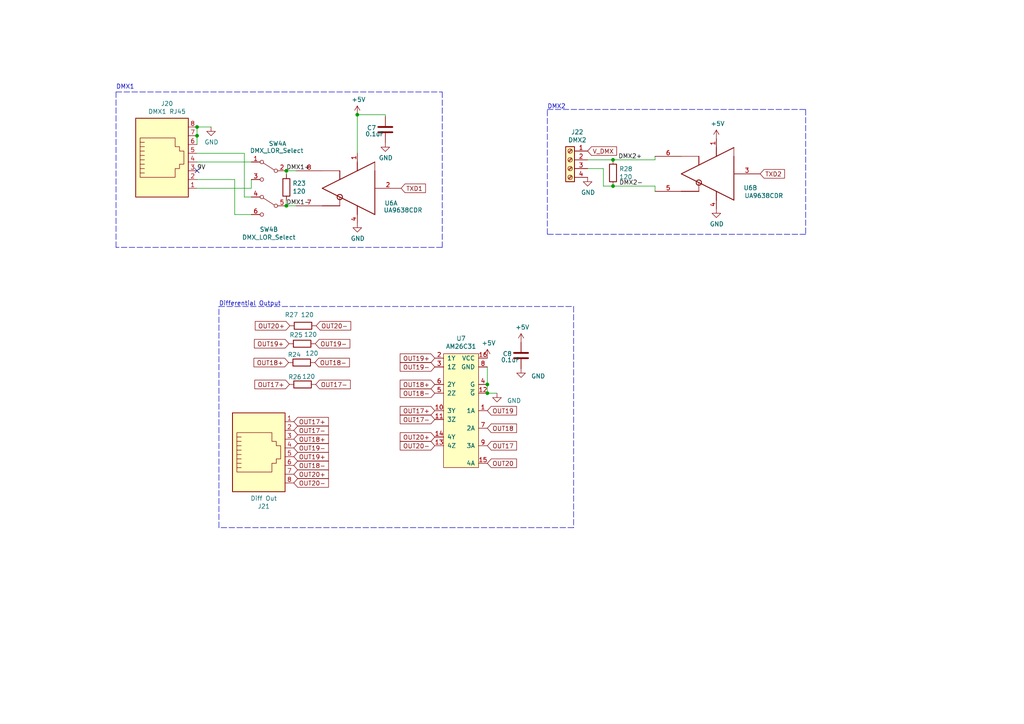
<source format=kicad_sch>
(kicad_sch (version 20211123) (generator eeschema)
  (paper "A4")
  (title_block (title "PB 16") (date "2022-05-26") (rev "v2.1") (company "Scott Hanson"))
  (lib_symbols
    (symbol "AM26C31:AM26C31" (pin_names (offset 1.016))
      (property "Reference" "IC" (at -5.08 17.78 0))
      (property "Value" "AM26C31_AM26C31" (at -5.08 -17.78 0))
      (symbol "AM26C31_0_0"
        (pin input line (at -7.62 0 0) (length 2.54) (name "1A") (number "1"))
        (pin output line (at 7.62 0 180) (length 2.54) (name "3Y") (number "10"))
        (pin output line (at 7.62 -2.54 180) (length 2.54) (name "3Z") (number "11"))
        (pin input line (at -7.62 5.08 0) (length 2.54) (name "~{G}") (number "12"))
        (pin output line (at 7.62 -10.16 180) (length 2.54) (name "4Z") (number "13"))
        (pin output line (at 7.62 -7.62 180) (length 2.54) (name "4Y") (number "14"))
        (pin input line (at -7.62 -15.24 0) (length 2.54) (name "4A") (number "15"))
        (pin power_in line (at -7.62 15.24 0) (length 2.54) (name "VCC") (number "16"))
        (pin output line (at 7.62 15.24 180) (length 2.54) (name "1Y") (number "2"))
        (pin output line (at 7.62 12.7 180) (length 2.54) (name "1Z") (number "3"))
        (pin input line (at -7.62 7.62 0) (length 2.54) (name "G") (number "4"))
        (pin output line (at 7.62 5.08 180) (length 2.54) (name "2Z") (number "5"))
        (pin output line (at 7.62 7.62 180) (length 2.54) (name "2Y") (number "6"))
        (pin input line (at -7.62 -5.08 0) (length 2.54) (name "2A") (number "7"))
        (pin power_in line (at -7.62 12.7 0) (length 2.54) (name "GND") (number "8"))
        (pin input line (at -7.62 -10.16 0) (length 2.54) (name "3A") (number "9"))
      )
      (symbol "AM26C31_0_1"
        (rectangle (start -5.08 16.51) (end 5.08 -16.51) (fill (type background)))
      )
    )
    (symbol "Connector:RJ45" (pin_names (offset 1.016))
      (property "Reference" "J" (at -5.08 13.97 0))
      (property "Value" "RJ45" (at 2.54 13.97 0))
      (symbol "RJ45_0_1"
        (polyline (pts (xy -5.08 4.445) (xy -6.35 4.445)))
        (polyline (pts (xy -5.08 5.715) (xy -6.35 5.715)))
        (polyline (pts (xy -6.35 -3.175) (xy -5.08 -3.175) (xy -5.08 -3.175)))
        (polyline (pts (xy -6.35 -1.905) (xy -5.08 -1.905) (xy -5.08 -1.905)))
        (polyline (pts (xy -6.35 -0.635) (xy -5.08 -0.635) (xy -5.08 -0.635)))
        (polyline (pts (xy -6.35 0.635) (xy -5.08 0.635) (xy -5.08 0.635)))
        (polyline (pts (xy -6.35 1.905) (xy -5.08 1.905) (xy -5.08 1.905)))
        (polyline (pts (xy -5.08 3.175) (xy -6.35 3.175) (xy -6.35 3.175)))
        (polyline (pts (xy -6.35 -4.445) (xy -6.35 6.985) (xy 3.81 6.985) (xy 3.81 4.445) (xy 5.08 4.445) (xy 5.08 3.175) (xy 6.35 3.175) (xy 6.35 -0.635) (xy 5.08 -0.635) (xy 5.08 -1.905) (xy 3.81 -1.905) (xy 3.81 -4.445) (xy -6.35 -4.445) (xy -6.35 -4.445)))
        (rectangle (start 7.62 12.7) (end -7.62 -10.16) (stroke (width 0.254)) (fill (type background)))
      )
      (symbol "RJ45_1_1"
        (pin passive line (at 10.16 -7.62 180) (length 2.54) (name "~") (number "1"))
        (pin passive line (at 10.16 -5.08 180) (length 2.54) (name "~") (number "2"))
        (pin passive line (at 10.16 -2.54 180) (length 2.54) (name "~") (number "3"))
        (pin passive line (at 10.16 0 180) (length 2.54) (name "~") (number "4"))
        (pin passive line (at 10.16 2.54 180) (length 2.54) (name "~") (number "5"))
        (pin passive line (at 10.16 5.08 180) (length 2.54) (name "~") (number "6"))
        (pin passive line (at 10.16 7.62 180) (length 2.54) (name "~") (number "7"))
        (pin passive line (at 10.16 10.16 180) (length 2.54) (name "~") (number "8"))
      )
    )
    (symbol "Connector:Screw_Terminal_01x04" (pin_names (offset 1.016) hide)
      (property "Reference" "J" (at 0 5.08 0))
      (property "Value" "Screw_Terminal_01x04" (at 0 -7.62 0))
      (symbol "Screw_Terminal_01x04_1_1"
        (rectangle (start -1.27 3.81) (end 1.27 -6.35) (stroke (width 0.254)) (fill (type background)))
        (circle (center 0 -5.08) (radius 0.635) (stroke (width 0.1524)))
        (circle (center 0 -2.54) (radius 0.635) (stroke (width 0.1524)))
        (polyline (pts (xy -0.5334 -4.7498) (xy 0.3302 -5.588)) (stroke (width 0.1524)))
        (polyline (pts (xy -0.5334 -2.2098) (xy 0.3302 -3.048)) (stroke (width 0.1524)))
        (polyline (pts (xy -0.5334 0.3302) (xy 0.3302 -0.508)) (stroke (width 0.1524)))
        (polyline (pts (xy -0.5334 2.8702) (xy 0.3302 2.032)) (stroke (width 0.1524)))
        (polyline (pts (xy -0.3556 -4.572) (xy 0.508 -5.4102)) (stroke (width 0.1524)))
        (polyline (pts (xy -0.3556 -2.032) (xy 0.508 -2.8702)) (stroke (width 0.1524)))
        (polyline (pts (xy -0.3556 0.508) (xy 0.508 -0.3302)) (stroke (width 0.1524)))
        (polyline (pts (xy -0.3556 3.048) (xy 0.508 2.2098)) (stroke (width 0.1524)))
        (circle (center 0 0) (radius 0.635) (stroke (width 0.1524)))
        (circle (center 0 2.54) (radius 0.635) (stroke (width 0.1524)))
        (pin passive line (at -5.08 2.54 0) (length 3.81) (name "Pin_1") (number "1"))
        (pin passive line (at -5.08 0 0) (length 3.81) (name "Pin_2") (number "2"))
        (pin passive line (at -5.08 -2.54 0) (length 3.81) (name "Pin_3") (number "3"))
        (pin passive line (at -5.08 -5.08 0) (length 3.81) (name "Pin_4") (number "4"))
      )
    )
    (symbol "Interface_LineDriver:UA9638CDR" (pin_names (offset 1.016) hide)
      (property "Reference" "U" (at -7.62 10.16 0))
      (property "Value" "UA9638CDR" (at 5.08 7.62 0))
      (symbol "UA9638CDR_0_1"
        (polyline (pts (xy -7.62 5.08) (xy -7.62 -7.62)) (stroke (width 0.254)) (fill (type background)))
        (polyline (pts (xy -7.62 5.08) (xy -7.62 7.62)))
        (polyline (pts (xy -7.62 7.62) (xy 7.62 0)) (stroke (width 0.254)))
        (polyline (pts (xy -2.54 -5.08) (xy -2.54 -7.62)) (stroke (width 0.254)))
        (polyline (pts (xy -2.54 5.08) (xy -2.54 7.62)) (stroke (width 0.254)))
        (polyline (pts (xy 2.54 -5.08) (xy 7.62 -5.08)) (stroke (width 0.254)))
        (polyline (pts (xy 2.54 -2.54) (xy 2.54 -5.08)))
        (polyline (pts (xy 2.54 5.08) (xy 2.54 2.54)) (stroke (width 0.254)))
        (polyline (pts (xy 7.62 0) (xy -7.62 -7.62)) (stroke (width 0.254)))
        (polyline (pts (xy 7.62 5.08) (xy 2.54 5.08)))
        (circle (center 2.54 -2.54) (radius 0.762) (stroke (width 0.254)))
      )
      (symbol "UA9638CDR_1_1"
        (pin power_in line (at -2.54 10.16 270) (length 2.54) (name "VCC") (number "1"))
        (pin input line (at -15.24 0 0) (length 7.62) (name "IN") (number "2"))
        (pin power_in line (at -2.54 -10.16 90) (length 2.54) (name "GND") (number "4"))
        (pin output line (at 15.24 -5.08 180) (length 7.62) (name "OUTA") (number "7"))
        (pin output line (at 15.24 5.08 180) (length 7.62) (name "OUTB") (number "8"))
      )
      (symbol "UA9638CDR_2_1"
        (pin power_in line (at -2.54 10.16 270) (length 2.54) (name "VCC") (number "1"))
        (pin input line (at -15.24 0 0) (length 7.62) (name "IN") (number "3"))
        (pin power_in line (at -2.54 -10.16 90) (length 2.54) (name "GND") (number "4"))
        (pin output line (at 15.24 -5.08 180) (length 7.62) (name "OUTA") (number "5"))
        (pin output line (at 15.24 5.08 180) (length 7.62) (name "OUTB") (number "6"))
      )
    )
    (symbol "PB_16-rescue:C-Device" (pin_numbers hide) (pin_names (offset 0.254))
      (property "Reference" "C" (at 0.635 2.54 0))
      (property "Value" "C-Device" (at 0.635 -2.54 0))
      (symbol "C-Device_0_1"
        (polyline (pts (xy -2.032 -0.762) (xy 2.032 -0.762)) (stroke (width 0.508)))
        (polyline (pts (xy -2.032 0.762) (xy 2.032 0.762)) (stroke (width 0.508)))
      )
      (symbol "C-Device_1_1"
        (pin passive line (at 0 3.81 270) (length 2.794) (name "~") (number "1"))
        (pin passive line (at 0 -3.81 90) (length 2.794) (name "~") (number "2"))
      )
    )
    (symbol "PB_16-rescue:R-Device" (pin_numbers hide) (pin_names (offset 0))
      (property "Reference" "R" (at 2.032 0 90))
      (property "Value" "R-Device" (at 0 0 90))
      (symbol "R-Device_0_1"
        (rectangle (start -1.016 -2.54) (end 1.016 2.54) (stroke (width 0.254)))
      )
      (symbol "R-Device_1_1"
        (pin passive line (at 0 3.81 270) (length 1.27) (name "~") (number "1"))
        (pin passive line (at 0 -3.81 90) (length 1.27) (name "~") (number "2"))
      )
    )
    (symbol "Switch:SW_DPDT_x2" (pin_names (offset 0) hide)
      (property "Reference" "SW" (at 0 4.318 0))
      (property "Value" "SW_DPDT_x2" (at 0 -5.08 0))
      (symbol "SW_DPDT_x2_0_0"
        (circle (center -2.032 0) (radius 0.508))
        (circle (center 2.032 -2.54) (radius 0.508))
      )
      (symbol "SW_DPDT_x2_0_1"
        (polyline (pts (xy -1.524 0.254) (xy 1.651 2.286)))
        (circle (center 2.032 2.54) (radius 0.508))
      )
      (symbol "SW_DPDT_x2_1_1"
        (pin passive line (at 5.08 2.54 180) (length 2.54) (name "A") (number "1"))
        (pin passive line (at -5.08 0 0) (length 2.54) (name "B") (number "2"))
        (pin passive line (at 5.08 -2.54 180) (length 2.54) (name "C") (number "3"))
      )
      (symbol "SW_DPDT_x2_2_1"
        (pin passive line (at 5.08 2.54 180) (length 2.54) (name "A") (number "4"))
        (pin passive line (at -5.08 0 0) (length 2.54) (name "B") (number "5"))
        (pin passive line (at 5.08 -2.54 180) (length 2.54) (name "C") (number "6"))
      )
    )
    (symbol "power:+5V" (power) (pin_names (offset 0))
      (property "Value" "+5V" (at 0 3.556 0))
      (symbol "+5V_0_1"
        (polyline (pts (xy -0.762 1.27) (xy 0 2.54)))
        (polyline (pts (xy 0 0) (xy 0 2.54)))
        (polyline (pts (xy 0 2.54) (xy 0.762 1.27)))
      )
      (symbol "+5V_1_1"
        (pin power_in line (at 0 0 90) (length 0) hide (name "+5V") (number "1"))
      )
    )
    (symbol "power:GND" (power) (pin_names (offset 0))
      (property "Value" "GND" (at 0 -3.81 0))
      (symbol "GND_0_1"
        (polyline (pts (xy 0 0) (xy 0 -1.27) (xy 1.27 -1.27) (xy 0 -2.54) (xy -1.27 -1.27) (xy 0 -1.27)))
      )
      (symbol "GND_1_1"
        (pin power_in line (at 0 0 270) (length 0) hide (name "GND") (number "1"))
      )
    )
  )
  (junction (at 83.058 59.69))
  (junction (at 103.632 33.274))
  (junction (at 57.15 39.37))
  (junction (at 141.351 111.506))
  (junction (at 177.8 46.355))
  (junction (at 57.15 36.83))
  (junction (at 177.8 53.975))
  (junction (at 141.351 114.046))
  (junction (at 83.058 49.53))
  (no_connect (at 57.15 49.53))
  (wire (pts (xy 175.006 53.975) (xy 177.8 53.975)))
  (polyline (pts (xy 63.5 88.9) (xy 166.37 88.9)))
  (wire (pts (xy 57.15 41.91) (xy 57.15 39.37)))
  (polyline (pts (xy 33.655 26.67) (xy 128.27 26.67)))
  (wire (pts (xy 83.058 49.53) (xy 83.058 50.546)))
  (wire (pts (xy 141.351 114.046) (xy 144.145 114.046)))
  (polyline (pts (xy 128.27 71.755) (xy 33.655 71.755)))
  (wire (pts (xy 70.866 44.45) (xy 70.866 57.15)))
  (wire (pts (xy 141.351 106.426) (xy 141.351 111.506)))
  (wire (pts (xy 72.898 62.23) (xy 68.072 62.23)))
  (wire (pts (xy 175.006 48.895) (xy 175.006 53.975)))
  (polyline (pts (xy 158.75 67.945) (xy 158.75 31.75)))
  (polyline (pts (xy 33.655 71.755) (xy 33.655 26.67)))
  (wire (pts (xy 189.992 55.499) (xy 189.992 53.975)))
  (wire (pts (xy 189.992 46.355) (xy 189.992 45.339)))
  (wire (pts (xy 83.058 59.69) (xy 85.852 59.69)))
  (polyline (pts (xy 128.27 26.67) (xy 128.27 71.755)))
  (polyline (pts (xy 158.75 31.75) (xy 233.68 31.75)))
  (wire (pts (xy 57.15 44.45) (xy 70.866 44.45)))
  (wire (pts (xy 57.15 46.99) (xy 72.898 46.99)))
  (wire (pts (xy 103.632 33.274) (xy 111.76 33.274)))
  (wire (pts (xy 83.058 58.166) (xy 83.058 59.69)))
  (polyline (pts (xy 166.37 153.035) (xy 63.5 153.035)))
  (wire (pts (xy 57.15 54.61) (xy 72.898 54.61)))
  (polyline (pts (xy 233.68 31.75) (xy 233.68 67.945)))
  (wire (pts (xy 85.852 49.53) (xy 83.058 49.53)))
  (wire (pts (xy 68.072 52.07) (xy 68.072 62.23)))
  (wire (pts (xy 141.351 111.506) (xy 141.351 114.046)))
  (wire (pts (xy 72.898 52.07) (xy 72.898 54.61)))
  (polyline (pts (xy 166.37 88.9) (xy 166.37 153.035)))
  (wire (pts (xy 61.214 36.83) (xy 57.15 36.83)))
  (wire (pts (xy 170.434 46.355) (xy 177.8 46.355)))
  (wire (pts (xy 111.76 33.274) (xy 111.76 33.782)))
  (wire (pts (xy 170.434 48.895) (xy 175.006 48.895)))
  (wire (pts (xy 177.8 53.975) (xy 189.992 53.975)))
  (polyline (pts (xy 63.5 153.035) (xy 63.5 88.9)))
  (wire (pts (xy 177.8 46.355) (xy 189.992 46.355)))
  (polyline (pts (xy 233.68 67.945) (xy 158.75 67.945)))
  (wire (pts (xy 57.15 39.37) (xy 57.15 36.83)))
  (wire (pts (xy 103.632 44.45) (xy 103.632 33.274)))
  (wire (pts (xy 70.866 57.15) (xy 72.898 57.15)))
  (wire (pts (xy 57.15 52.07) (xy 68.072 52.07)))
  (text "Differential Output" (at 63.5 88.9 0) (effects (font (size 1.27 1.27)) (justify left bottom)))
  (text "DMX2" (at 158.75 31.75 0) (effects (font (size 1.27 1.27)) (justify left bottom)))
  (text "DMX1" (at 33.655 26.035 0) (effects (font (size 1.27 1.27)) (justify left bottom)))
  (label "DMX1-" (at 83.058 59.69 0))
  (label "DMX2+" (at 179.324 46.355 0))
  (label "9V" (at 57.15 49.53 0))
  (label "DMX2-" (at 179.578 53.975 0))
  (label "DMX1+" (at 83.058 49.53 0))
  (global_label "OUT18-" (shape input) (at 85.217 135.001 0) (property "Intersheet References" "${INTERSHEET_REFS}" (effects hide)))
  (global_label "OUT20+" (shape input) (at 84.074 94.488 180) (property "Intersheet References" "${INTERSHEET_REFS}" (effects hide)))
  (global_label "OUT19+" (shape input) (at 83.82 99.695 180) (property "Intersheet References" "${INTERSHEET_REFS}" (effects hide)))
  (global_label "OUT19+" (shape input) (at 85.217 132.461 0) (property "Intersheet References" "${INTERSHEET_REFS}" (effects hide)))
  (global_label "OUT17+" (shape input) (at 126.111 119.126 180) (property "Intersheet References" "${INTERSHEET_REFS}" (effects hide)))
  (global_label "OUT20+" (shape input) (at 85.217 137.541 0) (property "Intersheet References" "${INTERSHEET_REFS}" (effects hide)))
  (global_label "OUT19-" (shape input) (at 126.111 106.426 180) (property "Intersheet References" "${INTERSHEET_REFS}" (effects hide)))
  (global_label "OUT17+" (shape input) (at 85.217 122.301 0) (property "Intersheet References" "${INTERSHEET_REFS}" (effects hide)))
  (global_label "OUT20-" (shape input) (at 85.217 140.081 0) (property "Intersheet References" "${INTERSHEET_REFS}" (effects hide)))
  (global_label "OUT18-" (shape input) (at 126.111 114.046 180) (property "Intersheet References" "${INTERSHEET_REFS}" (effects hide)))
  (global_label "OUT17-" (shape input) (at 126.111 121.666 180) (property "Intersheet References" "${INTERSHEET_REFS}" (effects hide)))
  (global_label "OUT20" (shape input) (at 141.351 134.366 0) (property "Intersheet References" "${INTERSHEET_REFS}" (effects hide)))
  (global_label "TXD1" (shape input) (at 116.332 54.61 0) (property "Intersheet References" "${INTERSHEET_REFS}" (effects hide)))
  (global_label "OUT20+" (shape input) (at 126.111 126.746 180) (property "Intersheet References" "${INTERSHEET_REFS}" (effects hide)))
  (global_label "OUT17+" (shape input) (at 83.947 111.506 180) (property "Intersheet References" "${INTERSHEET_REFS}" (effects hide)))
  (global_label "OUT18+" (shape input) (at 83.693 105.156 180) (property "Intersheet References" "${INTERSHEET_REFS}" (effects hide)))
  (global_label "V_DMX" (shape input) (at 170.434 43.815 0) (property "Intersheet References" "${INTERSHEET_REFS}" (effects hide)))
  (global_label "OUT17-" (shape input) (at 85.217 124.841 0) (property "Intersheet References" "${INTERSHEET_REFS}" (effects hide)))
  (global_label "OUT18+" (shape input) (at 126.111 111.506 180) (property "Intersheet References" "${INTERSHEET_REFS}" (effects hide)))
  (global_label "OUT18" (shape input) (at 141.351 124.206 0) (property "Intersheet References" "${INTERSHEET_REFS}" (effects hide)))
  (global_label "OUT20-" (shape input) (at 91.694 94.488 0) (property "Intersheet References" "${INTERSHEET_REFS}" (effects hide)))
  (global_label "TXD2" (shape input) (at 220.472 50.419 0) (property "Intersheet References" "${INTERSHEET_REFS}" (effects hide)))
  (global_label "OUT19-" (shape input) (at 85.217 129.921 0) (property "Intersheet References" "${INTERSHEET_REFS}" (effects hide)))
  (global_label "OUT17-" (shape input) (at 91.567 111.506 0) (property "Intersheet References" "${INTERSHEET_REFS}" (effects hide)))
  (global_label "OUT20-" (shape input) (at 126.111 129.286 180) (property "Intersheet References" "${INTERSHEET_REFS}" (effects hide)))
  (global_label "OUT18-" (shape input) (at 91.313 105.156 0) (property "Intersheet References" "${INTERSHEET_REFS}" (effects hide)))
  (global_label "OUT19+" (shape input) (at 126.111 103.886 180) (property "Intersheet References" "${INTERSHEET_REFS}" (effects hide)))
  (global_label "OUT17" (shape input) (at 141.351 129.286 0) (property "Intersheet References" "${INTERSHEET_REFS}" (effects hide)))
  (global_label "OUT19-" (shape input) (at 91.44 99.695 0) (property "Intersheet References" "${INTERSHEET_REFS}" (effects hide)))
  (global_label "OUT18+" (shape input) (at 85.217 127.381 0) (property "Intersheet References" "${INTERSHEET_REFS}" (effects hide)))
  (global_label "OUT19" (shape input) (at 141.351 119.126 0) (property "Intersheet References" "${INTERSHEET_REFS}" (effects hide)))
  (symbol (lib_id "PB_16-rescue:R-Device") (at 177.8 50.165 0) (unit 1)
    (property "Reference" "R28" (at 179.578 48.9966 0) (effects (justify left)))
    (property "Value" "120" (at 179.578 51.308 0) (effects (justify left)))
    (property "Footprint" "Resistor_SMD:R_0805_2012Metric_Pad1.20x1.40mm_HandSolder" (effects hide))
    (property "Digi-Key_PN" "311-120ARCT-ND" (effects hide))
    (property "MPN" "RC0805JR-07120RL" (effects hide))
    (property "LCSC" "C17437" (effects hide))
  )
  (symbol (lib_id "power:GND") (at 170.434 51.435 0) (unit 1)
    (property "Reference" "#PWR078" (effects hide))
    (property "Value" "GND" (at 170.561 55.8292 0))
  )
  (symbol (lib_id "PB_16-rescue:C-Device") (at 111.76 37.592 0) (unit 1)
    (property "Reference" "C7" (at 106.426 37.084 0) (effects (justify left)))
    (property "Value" "0.1uF" (at 105.918 38.862 0) (effects (justify left)))
    (property "Footprint" "Capacitor_SMD:C_0805_2012Metric_Pad1.18x1.45mm_HandSolder" (effects hide))
    (property "Digi-Key_PN" "1276-1007-1-ND" (effects hide))
    (property "MPN" "CL21F104ZBCNNNC" (effects hide))
    (property "LCSC" "C49678" (effects hide))
  )
  (symbol (lib_id "power:GND") (at 111.76 41.402 0) (unit 1)
    (property "Reference" "#PWR073" (effects hide))
    (property "Value" "GND" (at 111.887 45.7962 0))
  )
  (symbol (lib_id "PB_16-rescue:R-Device") (at 83.058 54.356 0) (unit 1)
    (property "Reference" "R23" (at 84.836 53.1876 0) (effects (justify left)))
    (property "Value" "120" (at 84.836 55.499 0) (effects (justify left)))
    (property "Footprint" "Resistor_SMD:R_0805_2012Metric_Pad1.20x1.40mm_HandSolder" (effects hide))
    (property "Digi-Key_PN" "311-120ARCT-ND" (effects hide))
    (property "MPN" "RC0805JR-07120RL" (effects hide))
    (property "LCSC" "C17437" (effects hide))
  )
  (symbol (lib_id "power:GND") (at 207.772 60.579 0) (unit 1)
    (property "Reference" "#PWR080" (effects hide))
    (property "Value" "GND" (at 207.899 64.9732 0))
  )
  (symbol (lib_id "power:GND") (at 103.632 64.77 0) (unit 1)
    (property "Reference" "#PWR072" (effects hide))
    (property "Value" "GND" (at 103.759 69.1642 0))
  )
  (symbol (lib_id "power:+5V") (at 207.772 40.259 0) (unit 1)
    (property "Reference" "#PWR079" (effects hide))
    (property "Value" "+5V" (at 208.153 35.8648 0))
  )
  (symbol (lib_id "power:+5V") (at 103.632 33.274 0) (unit 1)
    (property "Reference" "#PWR071" (effects hide))
    (property "Value" "+5V" (at 104.013 28.8798 0))
  )
  (symbol (lib_id "Connector:Screw_Terminal_01x04") (at 165.354 46.355 0) (mirror y) (unit 1)
    (property "Reference" "J22" (at 167.4368 38.3032 0))
    (property "Value" "DMX2" (at 167.4368 40.6146 0))
    (property "Footprint" "TerminalBlock_Phoenix:TerminalBlock_Phoenix_MKDS-1,5-4_1x04_P5.00mm_Horizontal" (effects hide))
    (property "Digi-Key_PN" "277-1238-ND" (effects hide))
    (property "MPN" "1729034" (effects hide))
    (property "LCSC" "C192769" (effects hide))
  )
  (symbol (lib_id "Interface_LineDriver:UA9638CDR") (at 101.092 54.61 0) (mirror y) (unit 1)
    (property "Reference" "U6" (at 111.506 58.928 0) (effects (justify right)))
    (property "Value" "UA9638CDR" (at 111.252 60.96 0) (effects (justify right)))
    (property "Footprint" "Package_SO:SOIC-8_3.9x4.9mm_P1.27mm" (effects hide))
    (property "Datasheet" "http://www.ti.com/lit/ds/symlink/ua9638.pdf" (effects hide))
    (property "Digi-Key_PN" "296-15058-1-ND" (effects hide))
    (property "MPN" "UA9638CDR" (effects hide))
    (property "LCSC" "C435812" (effects hide))
  )
  (symbol (lib_id "Interface_LineDriver:UA9638CDR") (at 205.232 50.419 0) (mirror y) (unit 2)
    (property "Reference" "U6" (at 215.646 54.483 0) (effects (justify right)))
    (property "Value" "UA9638CDR" (at 215.9 56.769 0) (effects (justify right)))
    (property "Footprint" "Package_SO:SOIC-8_3.9x4.9mm_P1.27mm" (effects hide))
    (property "Datasheet" "http://www.ti.com/lit/ds/symlink/ua9638.pdf" (effects hide))
    (property "Digi-Key_PN" "296-15058-1-ND" (effects hide))
    (property "MPN" "UA9638CDR" (effects hide))
    (property "LCSC" "C435812" (effects hide))
  )
  (symbol (lib_id "Connector:RJ45") (at 46.99 46.99 0) (unit 1)
    (property "Reference" "J20" (at 48.4378 30.0482 0))
    (property "Value" "DMX1 RJ45" (at 48.4378 32.3596 0))
    (property "Footprint" "Connector_RJ:RJ45_Amphenol_54602-x08_Horizontal" (effects hide))
    (property "Digi-Key_PN" "AE10392-ND" (effects hide))
    (property "MPN" "A-2014-2-4-R" (effects hide))
    (property "LCSC" "C305972" (effects hide))
  )
  (symbol (lib_id "Connector:RJ45") (at 75.057 129.921 0) (mirror x) (unit 1)
    (property "Reference" "J21" (at 76.5048 146.8628 0))
    (property "Value" "Diff Out" (at 76.5048 144.5514 0))
    (property "Footprint" "Connector_RJ:RJ45_Amphenol_54602-x08_Horizontal" (effects hide))
    (property "Digi-Key_PN" "AE10392-ND" (effects hide))
    (property "MPN" "A-2014-2-4-R" (effects hide))
    (property "LCSC" "C305972" (effects hide))
  )
  (symbol (lib_id "power:GND") (at 61.214 36.83 0) (unit 1)
    (property "Reference" "#PWR070" (effects hide))
    (property "Value" "GND" (at 61.341 41.2242 0))
  )
  (symbol (lib_id "PB_16-rescue:R-Device") (at 87.63 99.695 270) (unit 1)
    (property "Reference" "R25" (at 83.947 97.155 90) (effects (justify left)))
    (property "Value" "120" (at 88.138 97.028 90) (effects (justify left)))
    (property "Footprint" "Resistor_SMD:R_0805_2012Metric_Pad1.20x1.40mm_HandSolder" (effects hide))
    (property "Digi-Key_PN" "311-120ARCT-ND" (effects hide))
    (property "MPN" "RC0805JR-07120RL" (effects hide))
    (property "LCSC" "C17437" (effects hide))
  )
  (symbol (lib_id "PB_16-rescue:R-Device") (at 87.884 94.488 90) (unit 1)
    (property "Reference" "R27" (at 86.487 91.313 90) (effects (justify left)))
    (property "Value" "120" (at 91.059 91.313 90) (effects (justify left)))
    (property "Footprint" "Resistor_SMD:R_0805_2012Metric_Pad1.20x1.40mm_HandSolder" (effects hide))
    (property "Digi-Key_PN" "311-120ARCT-ND" (effects hide))
    (property "MPN" "RC0805JR-07120RL" (effects hide))
    (property "LCSC" "C17437" (effects hide))
  )
  (symbol (lib_id "PB_16-rescue:R-Device") (at 87.757 111.506 90) (unit 1)
    (property "Reference" "R26" (at 87.503 109.347 90) (effects (justify left)))
    (property "Value" "120" (at 91.44 109.22 90) (effects (justify left)))
    (property "Footprint" "Resistor_SMD:R_0805_2012Metric_Pad1.20x1.40mm_HandSolder" (effects hide))
    (property "Digi-Key_PN" "311-120ARCT-ND" (effects hide))
    (property "MPN" "RC0805JR-07120RL" (effects hide))
    (property "LCSC" "C17437" (effects hide))
  )
  (symbol (lib_id "PB_16-rescue:R-Device") (at 87.503 105.156 270) (unit 1)
    (property "Reference" "R24" (at 83.439 102.87 90) (effects (justify left)))
    (property "Value" "120" (at 88.519 102.489 90) (effects (justify left)))
    (property "Footprint" "Resistor_SMD:R_0805_2012Metric_Pad1.20x1.40mm_HandSolder" (effects hide))
    (property "Digi-Key_PN" "311-120ARCT-ND" (effects hide))
    (property "MPN" "RC0805JR-07120RL" (effects hide))
    (property "LCSC" "C17437" (effects hide))
  )
  (symbol (lib_id "AM26C31:AM26C31") (at 133.731 119.126 0) (mirror y) (unit 1)
    (property "Reference" "U7" (at 133.731 98.171 0))
    (property "Value" "AM26C31" (at 133.731 100.4824 0))
    (property "Footprint" "Package_SO:SOIC-16_3.9x9.9mm_P1.27mm" (effects hide))
    (property "Datasheet" "http://www.ti.com.cn/cn/lit/ds/symlink/am26c31.pdf" (effects hide))
    (property "Farnell" "4975637" (effects hide))
    (property "Digi-Key_PN" "296-24344-1-ND" (effects hide))
    (property "MPN" "AM26C31IDR" (effects hide))
    (property "LCSC" "C157476" (effects hide))
  )
  (symbol (lib_id "PB_16-rescue:C-Device") (at 151.13 103.124 0) (unit 1)
    (property "Reference" "C8" (at 145.796 102.616 0) (effects (justify left)))
    (property "Value" "0.1uF" (at 145.288 104.394 0) (effects (justify left)))
    (property "Footprint" "Capacitor_SMD:C_0805_2012Metric_Pad1.18x1.45mm_HandSolder" (effects hide))
    (property "Digi-Key_PN" "1276-1007-1-ND" (effects hide))
    (property "MPN" "CL21F104ZBCNNNC" (effects hide))
    (property "LCSC" "C49678" (effects hide))
  )
  (symbol (lib_id "power:+5V") (at 141.351 103.886 0) (unit 1)
    (property "Reference" "#PWR074" (effects hide))
    (property "Value" "+5V" (at 141.732 99.4918 0))
  )
  (symbol (lib_id "power:GND") (at 144.145 114.046 0) (unit 1)
    (property "Reference" "#PWR075" (effects hide))
    (property "Value" "GND" (at 149.098 116.205 0))
  )
  (symbol (lib_id "power:+5V") (at 151.13 99.314 0) (unit 1)
    (property "Reference" "#PWR076" (effects hide))
    (property "Value" "+5V" (at 151.511 94.9198 0))
  )
  (symbol (lib_id "power:GND") (at 151.13 106.934 0) (unit 1)
    (property "Reference" "#PWR077" (effects hide))
    (property "Value" "GND" (at 156.083 109.093 0))
  )
  (symbol (lib_id "Switch:SW_DPDT_x2") (at 77.978 49.53 0) (mirror y) (unit 1)
    (property "Reference" "SW4" (at 80.518 41.656 0))
    (property "Value" "DMX_LOR_Select" (at 80.264 43.688 0))
    (property "Footprint" "Button_Switch_THT:SW_CuK_JS202011CQN_DPDT_Straight" (effects hide))
    (property "Digi-Key_PN" "CKN10723CT-ND" (effects hide))
    (property "MPN" "JS202011JCQN" (effects hide))
    (property "LCSC" "C221663" (effects hide))
  )
  (symbol (lib_id "Switch:SW_DPDT_x2") (at 77.978 59.69 0) (mirror y) (unit 2)
    (property "Reference" "SW4" (at 77.978 66.548 0))
    (property "Value" "DMX_LOR_Select" (at 77.978 68.834 0))
    (property "Footprint" "Button_Switch_THT:SW_CuK_JS202011CQN_DPDT_Straight" (effects hide))
    (property "Digi-Key_PN" "CKN10723CT-ND" (effects hide))
    (property "MPN" "JS202011JCQN" (effects hide))
    (property "LCSC" "C221663" (effects hide))
  )
)
</source>
